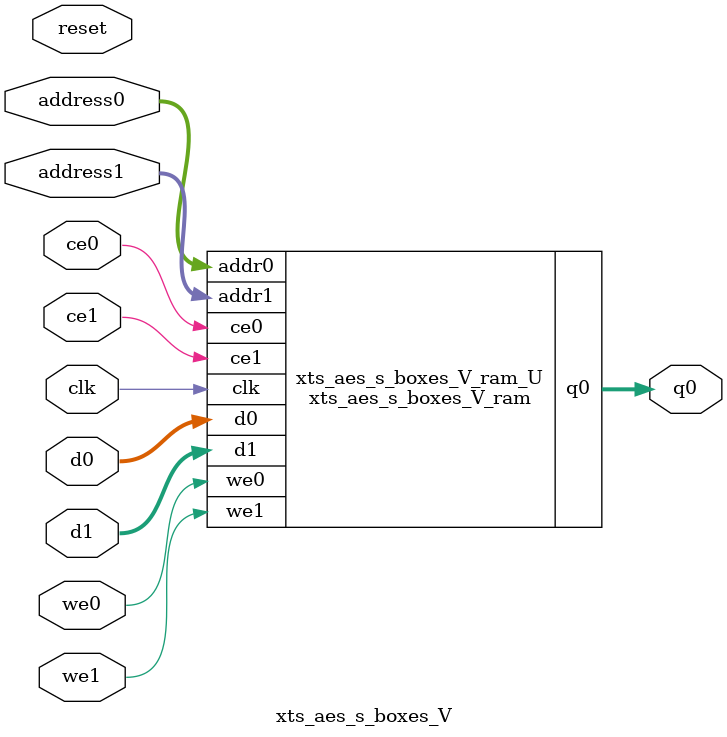
<source format=v>
`timescale 1 ns / 1 ps
module xts_aes_s_boxes_V_ram (addr0, ce0, d0, we0, q0, addr1, ce1, d1, we1,  clk);

parameter DWIDTH = 8;
parameter AWIDTH = 10;
parameter MEM_SIZE = 768;

input[AWIDTH-1:0] addr0;
input ce0;
input[DWIDTH-1:0] d0;
input we0;
output reg[DWIDTH-1:0] q0;
input[AWIDTH-1:0] addr1;
input ce1;
input[DWIDTH-1:0] d1;
input we1;
input clk;

(* ram_style = "block" *)reg [DWIDTH-1:0] ram[0:MEM_SIZE-1];




always @(posedge clk)  
begin 
    if (ce0) 
    begin
        if (we0) 
        begin 
            ram[addr0] <= d0; 
        end 
        q0 <= ram[addr0];
    end
end


always @(posedge clk)  
begin 
    if (ce1) 
    begin
        if (we1) 
        begin 
            ram[addr1] <= d1; 
        end 
    end
end


endmodule

`timescale 1 ns / 1 ps
module xts_aes_s_boxes_V(
    reset,
    clk,
    address0,
    ce0,
    we0,
    d0,
    q0,
    address1,
    ce1,
    we1,
    d1);

parameter DataWidth = 32'd8;
parameter AddressRange = 32'd768;
parameter AddressWidth = 32'd10;
input reset;
input clk;
input[AddressWidth - 1:0] address0;
input ce0;
input we0;
input[DataWidth - 1:0] d0;
output[DataWidth - 1:0] q0;
input[AddressWidth - 1:0] address1;
input ce1;
input we1;
input[DataWidth - 1:0] d1;



xts_aes_s_boxes_V_ram xts_aes_s_boxes_V_ram_U(
    .clk( clk ),
    .addr0( address0 ),
    .ce0( ce0 ),
    .we0( we0 ),
    .d0( d0 ),
    .q0( q0 ),
    .addr1( address1 ),
    .ce1( ce1 ),
    .we1( we1 ),
    .d1( d1 ));

endmodule


</source>
